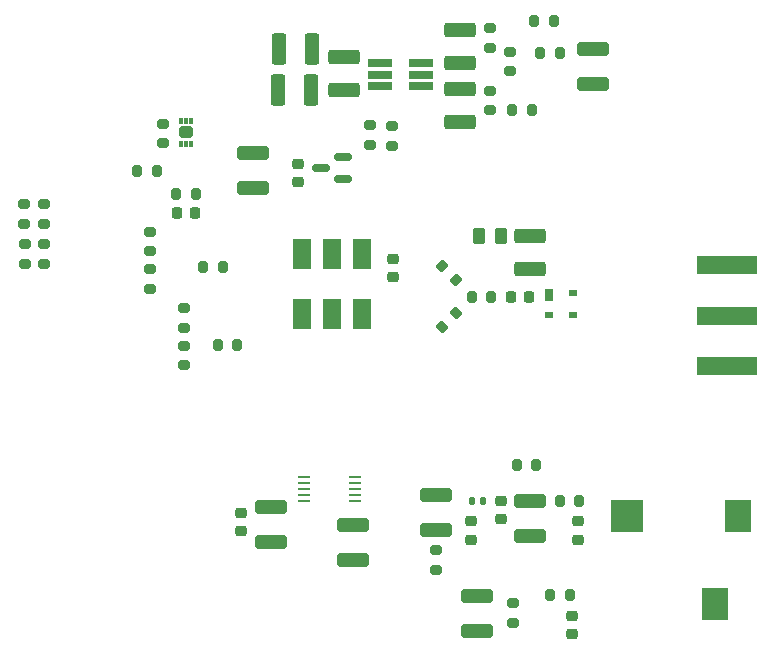
<source format=gbr>
%TF.GenerationSoftware,KiCad,Pcbnew,6.0.2+dfsg-1*%
%TF.CreationDate,2024-07-06T12:30:45+10:00*%
%TF.ProjectId,ulx3s_mixer,756c7833-735f-46d6-9978-65722e6b6963,rev?*%
%TF.SameCoordinates,Original*%
%TF.FileFunction,Paste,Top*%
%TF.FilePolarity,Positive*%
%FSLAX46Y46*%
G04 Gerber Fmt 4.6, Leading zero omitted, Abs format (unit mm)*
G04 Created by KiCad (PCBNEW 6.0.2+dfsg-1) date 2024-07-06 12:30:45*
%MOMM*%
%LPD*%
G01*
G04 APERTURE LIST*
G04 Aperture macros list*
%AMRoundRect*
0 Rectangle with rounded corners*
0 $1 Rounding radius*
0 $2 $3 $4 $5 $6 $7 $8 $9 X,Y pos of 4 corners*
0 Add a 4 corners polygon primitive as box body*
4,1,4,$2,$3,$4,$5,$6,$7,$8,$9,$2,$3,0*
0 Add four circle primitives for the rounded corners*
1,1,$1+$1,$2,$3*
1,1,$1+$1,$4,$5*
1,1,$1+$1,$6,$7*
1,1,$1+$1,$8,$9*
0 Add four rect primitives between the rounded corners*
20,1,$1+$1,$2,$3,$4,$5,0*
20,1,$1+$1,$4,$5,$6,$7,0*
20,1,$1+$1,$6,$7,$8,$9,0*
20,1,$1+$1,$8,$9,$2,$3,0*%
G04 Aperture macros list end*
%ADD10R,1.100000X0.250000*%
%ADD11RoundRect,0.200000X-0.200000X-0.275000X0.200000X-0.275000X0.200000X0.275000X-0.200000X0.275000X0*%
%ADD12RoundRect,0.200000X0.200000X0.275000X-0.200000X0.275000X-0.200000X-0.275000X0.200000X-0.275000X0*%
%ADD13RoundRect,0.200000X-0.275000X0.200000X-0.275000X-0.200000X0.275000X-0.200000X0.275000X0.200000X0*%
%ADD14R,2.200000X2.800000*%
%ADD15R,2.800000X2.800000*%
%ADD16RoundRect,0.147500X-0.147500X-0.172500X0.147500X-0.172500X0.147500X0.172500X-0.147500X0.172500X0*%
%ADD17RoundRect,0.225000X0.250000X-0.225000X0.250000X0.225000X-0.250000X0.225000X-0.250000X-0.225000X0*%
%ADD18RoundRect,0.250000X1.100000X-0.325000X1.100000X0.325000X-1.100000X0.325000X-1.100000X-0.325000X0*%
%ADD19RoundRect,0.250000X-1.100000X0.325000X-1.100000X-0.325000X1.100000X-0.325000X1.100000X0.325000X0*%
%ADD20RoundRect,0.225000X-0.250000X0.225000X-0.250000X-0.225000X0.250000X-0.225000X0.250000X0.225000X0*%
%ADD21R,0.700000X0.600000*%
%ADD22R,0.700000X1.000000*%
%ADD23RoundRect,0.200000X-0.053033X0.335876X-0.335876X0.053033X0.053033X-0.335876X0.335876X-0.053033X0*%
%ADD24RoundRect,0.250000X-1.075000X0.375000X-1.075000X-0.375000X1.075000X-0.375000X1.075000X0.375000X0*%
%ADD25R,2.000000X0.650000*%
%ADD26RoundRect,0.250000X-0.375000X-1.075000X0.375000X-1.075000X0.375000X1.075000X-0.375000X1.075000X0*%
%ADD27RoundRect,0.250000X-0.262500X-0.450000X0.262500X-0.450000X0.262500X0.450000X-0.262500X0.450000X0*%
%ADD28RoundRect,0.225000X0.225000X0.250000X-0.225000X0.250000X-0.225000X-0.250000X0.225000X-0.250000X0*%
%ADD29RoundRect,0.200000X0.275000X-0.200000X0.275000X0.200000X-0.275000X0.200000X-0.275000X-0.200000X0*%
%ADD30RoundRect,0.150000X0.587500X0.150000X-0.587500X0.150000X-0.587500X-0.150000X0.587500X-0.150000X0*%
%ADD31R,1.650000X2.540000*%
%ADD32RoundRect,0.237500X-0.362500X-0.237500X0.362500X-0.237500X0.362500X0.237500X-0.362500X0.237500X0*%
%ADD33RoundRect,0.067500X-0.067500X-0.207500X0.067500X-0.207500X0.067500X0.207500X-0.067500X0.207500X0*%
%ADD34R,5.080000X1.500000*%
%ADD35RoundRect,0.200000X0.335876X0.053033X0.053033X0.335876X-0.335876X-0.053033X-0.053033X-0.335876X0*%
G04 APERTURE END LIST*
D10*
%TO.C,U5*%
X116850000Y-91500000D03*
X116850000Y-92000000D03*
X116850000Y-92500000D03*
X116850000Y-93000000D03*
X116850000Y-93500000D03*
X121150000Y-93500000D03*
X121150000Y-93000000D03*
X121150000Y-92500000D03*
X121150000Y-92000000D03*
X121150000Y-91500000D03*
%TD*%
D11*
%TO.C,R21*%
X138500000Y-93500000D03*
X140150000Y-93500000D03*
%TD*%
%TO.C,R20*%
X137675000Y-101500000D03*
X139325000Y-101500000D03*
%TD*%
D12*
%TO.C,R19*%
X136500000Y-90500000D03*
X134850000Y-90500000D03*
%TD*%
D13*
%TO.C,R18*%
X134500000Y-102175000D03*
X134500000Y-103825000D03*
%TD*%
%TO.C,R17*%
X128000000Y-97675000D03*
X128000000Y-99325000D03*
%TD*%
D14*
%TO.C,J3*%
X151600000Y-102200000D03*
X153600000Y-94800000D03*
D15*
X144200000Y-94800000D03*
%TD*%
D16*
%TO.C,FB1*%
X131015000Y-93500000D03*
X131985000Y-93500000D03*
%TD*%
D17*
%TO.C,C25*%
X139500000Y-104775000D03*
X139500000Y-103225000D03*
%TD*%
%TO.C,C24*%
X140000000Y-96775000D03*
X140000000Y-95225000D03*
%TD*%
D18*
%TO.C,C23*%
X136000000Y-96475000D03*
X136000000Y-93525000D03*
%TD*%
%TO.C,C22*%
X131500000Y-104475000D03*
X131500000Y-101525000D03*
%TD*%
D19*
%TO.C,C21*%
X121000000Y-95525000D03*
X121000000Y-98475000D03*
%TD*%
%TO.C,C20*%
X114000000Y-94025000D03*
X114000000Y-96975000D03*
%TD*%
D20*
%TO.C,C19*%
X111500000Y-94500000D03*
X111500000Y-96050000D03*
%TD*%
%TO.C,C18*%
X133500000Y-93500000D03*
X133500000Y-95050000D03*
%TD*%
D19*
%TO.C,C17*%
X128000000Y-93025000D03*
X128000000Y-95975000D03*
%TD*%
D20*
%TO.C,C16*%
X131000000Y-95225000D03*
X131000000Y-96775000D03*
%TD*%
D17*
%TO.C,C13*%
X116280000Y-66500000D03*
X116280000Y-64950000D03*
%TD*%
D13*
%TO.C,R10*%
X94825000Y-71780000D03*
X94825000Y-73430000D03*
%TD*%
D21*
%TO.C,U3*%
X139562500Y-77755000D03*
X137562500Y-77755000D03*
D22*
X137562500Y-76055000D03*
D21*
X139562500Y-75855000D03*
%TD*%
D23*
%TO.C,R16*%
X129673363Y-77576637D03*
X128506637Y-78743363D03*
%TD*%
D12*
%TO.C,R14*%
X132662500Y-76205000D03*
X131012500Y-76205000D03*
%TD*%
D24*
%TO.C,L6*%
X135962500Y-71105000D03*
X135962500Y-73905000D03*
%TD*%
D13*
%TO.C,R4*%
X94825000Y-68380000D03*
X94825000Y-70030000D03*
%TD*%
D24*
%TO.C,L5*%
X130000000Y-58600000D03*
X130000000Y-61400000D03*
%TD*%
D13*
%TO.C,R6*%
X106650000Y-80380000D03*
X106650000Y-82030000D03*
%TD*%
D11*
%TO.C,C1*%
X136300000Y-52900000D03*
X137950000Y-52900000D03*
%TD*%
D12*
%TO.C,R9*%
X104355000Y-65580000D03*
X102705000Y-65580000D03*
%TD*%
D11*
%TO.C,C5*%
X109525000Y-80305000D03*
X111175000Y-80305000D03*
%TD*%
D13*
%TO.C,R5*%
X106650000Y-77180000D03*
X106650000Y-78830000D03*
%TD*%
D24*
%TO.C,L3*%
X120200000Y-55900000D03*
X120200000Y-58700000D03*
%TD*%
D20*
%TO.C,C15*%
X124325000Y-73030000D03*
X124325000Y-74580000D03*
%TD*%
D24*
%TO.C,L4*%
X130000000Y-53600000D03*
X130000000Y-56400000D03*
%TD*%
D25*
%TO.C,U1*%
X123290000Y-56450000D03*
X123290000Y-57400000D03*
X123290000Y-58350000D03*
X126710000Y-58350000D03*
X126710000Y-57400000D03*
X126710000Y-56450000D03*
%TD*%
D11*
%TO.C,C2*%
X134475000Y-60400000D03*
X136125000Y-60400000D03*
%TD*%
D13*
%TO.C,R1*%
X132600000Y-53475000D03*
X132600000Y-55125000D03*
%TD*%
D26*
%TO.C,L1*%
X114600000Y-58700000D03*
X117400000Y-58700000D03*
%TD*%
D27*
%TO.C,R7*%
X131650000Y-71105000D03*
X133475000Y-71105000D03*
%TD*%
D11*
%TO.C,R13*%
X106010000Y-67505000D03*
X107660000Y-67505000D03*
%TD*%
D13*
%TO.C,C10*%
X93225000Y-71780000D03*
X93225000Y-73430000D03*
%TD*%
D28*
%TO.C,C6*%
X135900000Y-76205000D03*
X134350000Y-76205000D03*
%TD*%
D11*
%TO.C,C11*%
X108300000Y-73660000D03*
X109950000Y-73660000D03*
%TD*%
D13*
%TO.C,R11*%
X103825000Y-70705000D03*
X103825000Y-72355000D03*
%TD*%
D29*
%TO.C,C4*%
X93125000Y-70030000D03*
X93125000Y-68380000D03*
%TD*%
D19*
%TO.C,C14*%
X112530000Y-64045000D03*
X112530000Y-66995000D03*
%TD*%
D30*
%TO.C,Q1*%
X120137500Y-66250000D03*
X120137500Y-64350000D03*
X118262500Y-65300000D03*
%TD*%
D13*
%TO.C,C7*%
X134300000Y-55475000D03*
X134300000Y-57125000D03*
%TD*%
D29*
%TO.C,C3*%
X124300000Y-63425000D03*
X124300000Y-61775000D03*
%TD*%
D31*
%TO.C,U2*%
X116685000Y-77685000D03*
X119225000Y-77685000D03*
X121765000Y-77685000D03*
X121765000Y-72605000D03*
X119225000Y-72605000D03*
X116685000Y-72605000D03*
%TD*%
D28*
%TO.C,C12*%
X107600000Y-69105000D03*
X106050000Y-69105000D03*
%TD*%
D13*
%TO.C,R2*%
X132600000Y-58775000D03*
X132600000Y-60425000D03*
%TD*%
D32*
%TO.C,U4*%
X106825000Y-62305000D03*
D33*
X107225000Y-61305000D03*
X106825000Y-61305000D03*
X106425000Y-61305000D03*
X106425000Y-63305000D03*
X106825000Y-63305000D03*
X107225000Y-63305000D03*
%TD*%
D34*
%TO.C,J2*%
X152637500Y-77805000D03*
X152637500Y-82055000D03*
X152637500Y-73555000D03*
%TD*%
D29*
%TO.C,R3*%
X122400000Y-63350000D03*
X122400000Y-61700000D03*
%TD*%
D35*
%TO.C,R15*%
X129693363Y-74803363D03*
X128526637Y-73636637D03*
%TD*%
D26*
%TO.C,L2*%
X114700000Y-55200000D03*
X117500000Y-55200000D03*
%TD*%
D11*
%TO.C,R8*%
X136840000Y-55540000D03*
X138490000Y-55540000D03*
%TD*%
D29*
%TO.C,C9*%
X104925000Y-63230000D03*
X104925000Y-61580000D03*
%TD*%
D13*
%TO.C,R12*%
X103825000Y-73905000D03*
X103825000Y-75555000D03*
%TD*%
D19*
%TO.C,C8*%
X141260000Y-55225000D03*
X141260000Y-58175000D03*
%TD*%
M02*

</source>
